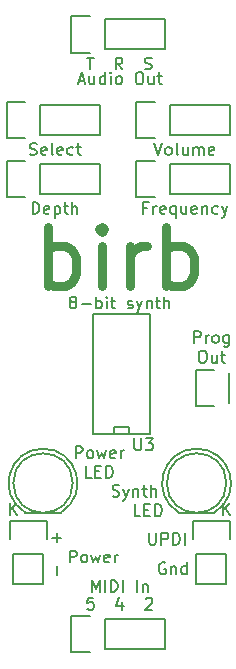
<source format=gbr>
G04 This is an RS-274x file exported by *
G04 gerbv version  *
G04 More information is available about gerbv at *
G04 https://gerbv.github.io/ *
G04 --End of header info--*
%MOIN*%
%FSLAX36Y36*%
%IPPOS*%
G04 --Define apertures--*
%ADD10C,0.0079*%
%ADD11C,0.0315*%
%ADD12C,0.0059*%
G04 --Start main section--*
G54D10*
G01X4958755Y-3538620D02*
G01X4955006Y-3536745D01*
G01X4955006Y-3536745D02*
G01X4953131Y-3534871D01*
G01X4953131Y-3534871D02*
G01X4951256Y-3531121D01*
G01X4951256Y-3531121D02*
G01X4951256Y-3529246D01*
G01X4951256Y-3529246D02*
G01X4953131Y-3525497D01*
G01X4953131Y-3525497D02*
G01X4955006Y-3523622D01*
G01X4955006Y-3523622D02*
G01X4958755Y-3521747D01*
G01X4958755Y-3521747D02*
G01X4966254Y-3521747D01*
G01X4966254Y-3521747D02*
G01X4970004Y-3523622D01*
G01X4970004Y-3523622D02*
G01X4971879Y-3525497D01*
G01X4971879Y-3525497D02*
G01X4973753Y-3529246D01*
G01X4973753Y-3529246D02*
G01X4973753Y-3531121D01*
G01X4973753Y-3531121D02*
G01X4971879Y-3534871D01*
G01X4971879Y-3534871D02*
G01X4970004Y-3536745D01*
G01X4970004Y-3536745D02*
G01X4966254Y-3538620D01*
G01X4966254Y-3538620D02*
G01X4958755Y-3538620D01*
G01X4958755Y-3538620D02*
G01X4955006Y-3540495D01*
G01X4955006Y-3540495D02*
G01X4953131Y-3542370D01*
G01X4953131Y-3542370D02*
G01X4951256Y-3546119D01*
G01X4951256Y-3546119D02*
G01X4951256Y-3553618D01*
G01X4951256Y-3553618D02*
G01X4953131Y-3557368D01*
G01X4953131Y-3557368D02*
G01X4955006Y-3559243D01*
G01X4955006Y-3559243D02*
G01X4958755Y-3561117D01*
G01X4958755Y-3561117D02*
G01X4966254Y-3561117D01*
G01X4966254Y-3561117D02*
G01X4970004Y-3559243D01*
G01X4970004Y-3559243D02*
G01X4971879Y-3557368D01*
G01X4971879Y-3557368D02*
G01X4973753Y-3553618D01*
G01X4973753Y-3553618D02*
G01X4973753Y-3546119D01*
G01X4973753Y-3546119D02*
G01X4971879Y-3542370D01*
G01X4971879Y-3542370D02*
G01X4970004Y-3540495D01*
G01X4970004Y-3540495D02*
G01X4966254Y-3538620D01*
G01X4990626Y-3546119D02*
G01X5020622Y-3546119D01*
G01X5039370Y-3561117D02*
G01X5039370Y-3521747D01*
G01X5039370Y-3536745D02*
G01X5043120Y-3534871D01*
G01X5043120Y-3534871D02*
G01X5050619Y-3534871D01*
G01X5050619Y-3534871D02*
G01X5054368Y-3536745D01*
G01X5054368Y-3536745D02*
G01X5056243Y-3538620D01*
G01X5056243Y-3538620D02*
G01X5058118Y-3542370D01*
G01X5058118Y-3542370D02*
G01X5058118Y-3553618D01*
G01X5058118Y-3553618D02*
G01X5056243Y-3557368D01*
G01X5056243Y-3557368D02*
G01X5054368Y-3559243D01*
G01X5054368Y-3559243D02*
G01X5050619Y-3561117D01*
G01X5050619Y-3561117D02*
G01X5043120Y-3561117D01*
G01X5043120Y-3561117D02*
G01X5039370Y-3559243D01*
G01X5074991Y-3561117D02*
G01X5074991Y-3534871D01*
G01X5074991Y-3521747D02*
G01X5073116Y-3523622D01*
G01X5073116Y-3523622D02*
G01X5074991Y-3525497D01*
G01X5074991Y-3525497D02*
G01X5076865Y-3523622D01*
G01X5076865Y-3523622D02*
G01X5074991Y-3521747D01*
G01X5074991Y-3521747D02*
G01X5074991Y-3525497D01*
G01X5088114Y-3534871D02*
G01X5103112Y-3534871D01*
G01X5093738Y-3521747D02*
G01X5093738Y-3555493D01*
G01X5093738Y-3555493D02*
G01X5095613Y-3559243D01*
G01X5095613Y-3559243D02*
G01X5099363Y-3561117D01*
G01X5099363Y-3561117D02*
G01X5103112Y-3561117D01*
G01X5144357Y-3559243D02*
G01X5148106Y-3561117D01*
G01X5148106Y-3561117D02*
G01X5155606Y-3561117D01*
G01X5155606Y-3561117D02*
G01X5159355Y-3559243D01*
G01X5159355Y-3559243D02*
G01X5161230Y-3555493D01*
G01X5161230Y-3555493D02*
G01X5161230Y-3553618D01*
G01X5161230Y-3553618D02*
G01X5159355Y-3549869D01*
G01X5159355Y-3549869D02*
G01X5155606Y-3547994D01*
G01X5155606Y-3547994D02*
G01X5149981Y-3547994D01*
G01X5149981Y-3547994D02*
G01X5146232Y-3546119D01*
G01X5146232Y-3546119D02*
G01X5144357Y-3542370D01*
G01X5144357Y-3542370D02*
G01X5144357Y-3540495D01*
G01X5144357Y-3540495D02*
G01X5146232Y-3536745D01*
G01X5146232Y-3536745D02*
G01X5149981Y-3534871D01*
G01X5149981Y-3534871D02*
G01X5155606Y-3534871D01*
G01X5155606Y-3534871D02*
G01X5159355Y-3536745D01*
G01X5174353Y-3534871D02*
G01X5183727Y-3561117D01*
G01X5193101Y-3534871D02*
G01X5183727Y-3561117D01*
G01X5183727Y-3561117D02*
G01X5179977Y-3570491D01*
G01X5179977Y-3570491D02*
G01X5178103Y-3572366D01*
G01X5178103Y-3572366D02*
G01X5174353Y-3574241D01*
G01X5208099Y-3534871D02*
G01X5208099Y-3561117D01*
G01X5208099Y-3538620D02*
G01X5209974Y-3536745D01*
G01X5209974Y-3536745D02*
G01X5213723Y-3534871D01*
G01X5213723Y-3534871D02*
G01X5219348Y-3534871D01*
G01X5219348Y-3534871D02*
G01X5223097Y-3536745D01*
G01X5223097Y-3536745D02*
G01X5224972Y-3540495D01*
G01X5224972Y-3540495D02*
G01X5224972Y-3561117D01*
G01X5238095Y-3534871D02*
G01X5253093Y-3534871D01*
G01X5243720Y-3521747D02*
G01X5243720Y-3555493D01*
G01X5243720Y-3555493D02*
G01X5245594Y-3559243D01*
G01X5245594Y-3559243D02*
G01X5249344Y-3561117D01*
G01X5249344Y-3561117D02*
G01X5253093Y-3561117D01*
G01X5266217Y-3561117D02*
G01X5266217Y-3521747D01*
G01X5283090Y-3561117D02*
G01X5283090Y-3540495D01*
G01X5283090Y-3540495D02*
G01X5281215Y-3536745D01*
G01X5281215Y-3536745D02*
G01X5277465Y-3534871D01*
G01X5277465Y-3534871D02*
G01X5271841Y-3534871D01*
G01X5271841Y-3534871D02*
G01X5268091Y-3536745D01*
G01X5268091Y-3536745D02*
G01X5266217Y-3538620D01*
G54D11*
G01X4879078Y-3484721D02*
G01X4879078Y-3287870D01*
G01X4879078Y-3362861D02*
G01X4897825Y-3353487D01*
G01X4897825Y-3353487D02*
G01X4935321Y-3353487D01*
G01X4935321Y-3353487D02*
G01X4954068Y-3362861D01*
G01X4954068Y-3362861D02*
G01X4963442Y-3372235D01*
G01X4963442Y-3372235D02*
G01X4972816Y-3390982D01*
G01X4972816Y-3390982D02*
G01X4972816Y-3447225D01*
G01X4972816Y-3447225D02*
G01X4963442Y-3465973D01*
G01X4963442Y-3465973D02*
G01X4954068Y-3475347D01*
G01X4954068Y-3475347D02*
G01X4935321Y-3484721D01*
G01X4935321Y-3484721D02*
G01X4897825Y-3484721D01*
G01X4897825Y-3484721D02*
G01X4879078Y-3475347D01*
G01X5057180Y-3484721D02*
G01X5057180Y-3353487D01*
G01X5057180Y-3287870D02*
G01X5047806Y-3297244D01*
G01X5047806Y-3297244D02*
G01X5057180Y-3306618D01*
G01X5057180Y-3306618D02*
G01X5066554Y-3297244D01*
G01X5066554Y-3297244D02*
G01X5057180Y-3287870D01*
G01X5057180Y-3287870D02*
G01X5057180Y-3306618D01*
G01X5150919Y-3484721D02*
G01X5150919Y-3353487D01*
G01X5150919Y-3390982D02*
G01X5160292Y-3372235D01*
G01X5160292Y-3372235D02*
G01X5169666Y-3362861D01*
G01X5169666Y-3362861D02*
G01X5188414Y-3353487D01*
G01X5188414Y-3353487D02*
G01X5207162Y-3353487D01*
G01X5272778Y-3484721D02*
G01X5272778Y-3287870D01*
G01X5272778Y-3362861D02*
G01X5291526Y-3353487D01*
G01X5291526Y-3353487D02*
G01X5329021Y-3353487D01*
G01X5329021Y-3353487D02*
G01X5347769Y-3362861D01*
G01X5347769Y-3362861D02*
G01X5357143Y-3372235D01*
G01X5357143Y-3372235D02*
G01X5366517Y-3390982D01*
G01X5366517Y-3390982D02*
G01X5366517Y-3447225D01*
G01X5366517Y-3447225D02*
G01X5357143Y-3465973D01*
G01X5357143Y-3465973D02*
G01X5347769Y-3475347D01*
G01X5347769Y-3475347D02*
G01X5329021Y-3484721D01*
G01X5329021Y-3484721D02*
G01X5291526Y-3484721D01*
G01X5291526Y-3484721D02*
G01X5272778Y-3475347D01*
G54D12*
G01X5024372Y-4505999D02*
G01X5024372Y-4466629D01*
G01X5024372Y-4466629D02*
G01X5037495Y-4494751D01*
G01X5037495Y-4494751D02*
G01X5050619Y-4466629D01*
G01X5050619Y-4466629D02*
G01X5050619Y-4505999D01*
G01X5069366Y-4505999D02*
G01X5069366Y-4466629D01*
G01X5088114Y-4505999D02*
G01X5088114Y-4466629D01*
G01X5088114Y-4466629D02*
G01X5097488Y-4466629D01*
G01X5097488Y-4466629D02*
G01X5103112Y-4468504D01*
G01X5103112Y-4468504D02*
G01X5106862Y-4472253D01*
G01X5106862Y-4472253D02*
G01X5108736Y-4476003D01*
G01X5108736Y-4476003D02*
G01X5110611Y-4483502D01*
G01X5110611Y-4483502D02*
G01X5110611Y-4489126D01*
G01X5110611Y-4489126D02*
G01X5108736Y-4496625D01*
G01X5108736Y-4496625D02*
G01X5106862Y-4500375D01*
G01X5106862Y-4500375D02*
G01X5103112Y-4504124D01*
G01X5103112Y-4504124D02*
G01X5097488Y-4505999D01*
G01X5097488Y-4505999D02*
G01X5088114Y-4505999D01*
G01X5127484Y-4505999D02*
G01X5127484Y-4466629D01*
G01X5176228Y-4505999D02*
G01X5176228Y-4466629D01*
G01X5194976Y-4479753D02*
G01X5194976Y-4505999D01*
G01X5194976Y-4483502D02*
G01X5196850Y-4481627D01*
G01X5196850Y-4481627D02*
G01X5200600Y-4479753D01*
G01X5200600Y-4479753D02*
G01X5206224Y-4479753D01*
G01X5206224Y-4479753D02*
G01X5209974Y-4481627D01*
G01X5209974Y-4481627D02*
G01X5211849Y-4485377D01*
G01X5211849Y-4485377D02*
G01X5211849Y-4505999D01*
G01X5094207Y-4186211D02*
G01X5099831Y-4188086D01*
G01X5099831Y-4188086D02*
G01X5109205Y-4188086D01*
G01X5109205Y-4188086D02*
G01X5112955Y-4186211D01*
G01X5112955Y-4186211D02*
G01X5114829Y-4184336D01*
G01X5114829Y-4184336D02*
G01X5116704Y-4180587D01*
G01X5116704Y-4180587D02*
G01X5116704Y-4176837D01*
G01X5116704Y-4176837D02*
G01X5114829Y-4173088D01*
G01X5114829Y-4173088D02*
G01X5112955Y-4171213D01*
G01X5112955Y-4171213D02*
G01X5109205Y-4169338D01*
G01X5109205Y-4169338D02*
G01X5101706Y-4167463D01*
G01X5101706Y-4167463D02*
G01X5097956Y-4165589D01*
G01X5097956Y-4165589D02*
G01X5096082Y-4163714D01*
G01X5096082Y-4163714D02*
G01X5094207Y-4159964D01*
G01X5094207Y-4159964D02*
G01X5094207Y-4156215D01*
G01X5094207Y-4156215D02*
G01X5096082Y-4152465D01*
G01X5096082Y-4152465D02*
G01X5097956Y-4150591D01*
G01X5097956Y-4150591D02*
G01X5101706Y-4148716D01*
G01X5101706Y-4148716D02*
G01X5111080Y-4148716D01*
G01X5111080Y-4148716D02*
G01X5116704Y-4150591D01*
G01X5129828Y-4161839D02*
G01X5139201Y-4188086D01*
G01X5148575Y-4161839D02*
G01X5139201Y-4188086D01*
G01X5139201Y-4188086D02*
G01X5135452Y-4197460D01*
G01X5135452Y-4197460D02*
G01X5133577Y-4199334D01*
G01X5133577Y-4199334D02*
G01X5129828Y-4201209D01*
G01X5163573Y-4161839D02*
G01X5163573Y-4188086D01*
G01X5163573Y-4165589D02*
G01X5165448Y-4163714D01*
G01X5165448Y-4163714D02*
G01X5169198Y-4161839D01*
G01X5169198Y-4161839D02*
G01X5174822Y-4161839D01*
G01X5174822Y-4161839D02*
G01X5178571Y-4163714D01*
G01X5178571Y-4163714D02*
G01X5180446Y-4167463D01*
G01X5180446Y-4167463D02*
G01X5180446Y-4188086D01*
G01X5193570Y-4161839D02*
G01X5208568Y-4161839D01*
G01X5199194Y-4148716D02*
G01X5199194Y-4182462D01*
G01X5199194Y-4182462D02*
G01X5201069Y-4186211D01*
G01X5201069Y-4186211D02*
G01X5204818Y-4188086D01*
G01X5204818Y-4188086D02*
G01X5208568Y-4188086D01*
G01X5221691Y-4188086D02*
G01X5221691Y-4148716D01*
G01X5238564Y-4188086D02*
G01X5238564Y-4167463D01*
G01X5238564Y-4167463D02*
G01X5236689Y-4163714D01*
G01X5236689Y-4163714D02*
G01X5232940Y-4161839D01*
G01X5232940Y-4161839D02*
G01X5227315Y-4161839D01*
G01X5227315Y-4161839D02*
G01X5223566Y-4163714D01*
G01X5223566Y-4163714D02*
G01X5221691Y-4165589D01*
G01X5187008Y-4253046D02*
G01X5168260Y-4253046D01*
G01X5168260Y-4253046D02*
G01X5168260Y-4213676D01*
G01X5200131Y-4232424D02*
G01X5213255Y-4232424D01*
G01X5218879Y-4253046D02*
G01X5200131Y-4253046D01*
G01X5200131Y-4253046D02*
G01X5200131Y-4213676D01*
G01X5200131Y-4213676D02*
G01X5218879Y-4213676D01*
G01X5235752Y-4253046D02*
G01X5235752Y-4213676D01*
G01X5235752Y-4213676D02*
G01X5245126Y-4213676D01*
G01X5245126Y-4213676D02*
G01X5250750Y-4215551D01*
G01X5250750Y-4215551D02*
G01X5254499Y-4219301D01*
G01X5254499Y-4219301D02*
G01X5256374Y-4223050D01*
G01X5256374Y-4223050D02*
G01X5258249Y-4230549D01*
G01X5258249Y-4230549D02*
G01X5258249Y-4236174D01*
G01X5258249Y-4236174D02*
G01X5256374Y-4243673D01*
G01X5256374Y-4243673D02*
G01X5254499Y-4247422D01*
G01X5254499Y-4247422D02*
G01X5250750Y-4251172D01*
G01X5250750Y-4251172D02*
G01X5245126Y-4253046D01*
G01X5245126Y-4253046D02*
G01X5235752Y-4253046D01*
G01X4971410Y-4060133D02*
G01X4971410Y-4020763D01*
G01X4971410Y-4020763D02*
G01X4986408Y-4020763D01*
G01X4986408Y-4020763D02*
G01X4990157Y-4022638D01*
G01X4990157Y-4022638D02*
G01X4992032Y-4024513D01*
G01X4992032Y-4024513D02*
G01X4993907Y-4028262D01*
G01X4993907Y-4028262D02*
G01X4993907Y-4033886D01*
G01X4993907Y-4033886D02*
G01X4992032Y-4037636D01*
G01X4992032Y-4037636D02*
G01X4990157Y-4039511D01*
G01X4990157Y-4039511D02*
G01X4986408Y-4041385D01*
G01X4986408Y-4041385D02*
G01X4971410Y-4041385D01*
G01X5016404Y-4060133D02*
G01X5012655Y-4058258D01*
G01X5012655Y-4058258D02*
G01X5010780Y-4056384D01*
G01X5010780Y-4056384D02*
G01X5008905Y-4052634D01*
G01X5008905Y-4052634D02*
G01X5008905Y-4041385D01*
G01X5008905Y-4041385D02*
G01X5010780Y-4037636D01*
G01X5010780Y-4037636D02*
G01X5012655Y-4035761D01*
G01X5012655Y-4035761D02*
G01X5016404Y-4033886D01*
G01X5016404Y-4033886D02*
G01X5022028Y-4033886D01*
G01X5022028Y-4033886D02*
G01X5025778Y-4035761D01*
G01X5025778Y-4035761D02*
G01X5027653Y-4037636D01*
G01X5027653Y-4037636D02*
G01X5029528Y-4041385D01*
G01X5029528Y-4041385D02*
G01X5029528Y-4052634D01*
G01X5029528Y-4052634D02*
G01X5027653Y-4056384D01*
G01X5027653Y-4056384D02*
G01X5025778Y-4058258D01*
G01X5025778Y-4058258D02*
G01X5022028Y-4060133D01*
G01X5022028Y-4060133D02*
G01X5016404Y-4060133D01*
G01X5042651Y-4033886D02*
G01X5050150Y-4060133D01*
G01X5050150Y-4060133D02*
G01X5057649Y-4041385D01*
G01X5057649Y-4041385D02*
G01X5065148Y-4060133D01*
G01X5065148Y-4060133D02*
G01X5072647Y-4033886D01*
G01X5102643Y-4058258D02*
G01X5098894Y-4060133D01*
G01X5098894Y-4060133D02*
G01X5091395Y-4060133D01*
G01X5091395Y-4060133D02*
G01X5087645Y-4058258D01*
G01X5087645Y-4058258D02*
G01X5085771Y-4054509D01*
G01X5085771Y-4054509D02*
G01X5085771Y-4039511D01*
G01X5085771Y-4039511D02*
G01X5087645Y-4035761D01*
G01X5087645Y-4035761D02*
G01X5091395Y-4033886D01*
G01X5091395Y-4033886D02*
G01X5098894Y-4033886D01*
G01X5098894Y-4033886D02*
G01X5102643Y-4035761D01*
G01X5102643Y-4035761D02*
G01X5104518Y-4039511D01*
G01X5104518Y-4039511D02*
G01X5104518Y-4043260D01*
G01X5104518Y-4043260D02*
G01X5085771Y-4047010D01*
G01X5121391Y-4060133D02*
G01X5121391Y-4033886D01*
G01X5121391Y-4041385D02*
G01X5123266Y-4037636D01*
G01X5123266Y-4037636D02*
G01X5125141Y-4035761D01*
G01X5125141Y-4035761D02*
G01X5128890Y-4033886D01*
G01X5128890Y-4033886D02*
G01X5132640Y-4033886D01*
G01X5023903Y-4125094D02*
G01X5005156Y-4125094D01*
G01X5005156Y-4125094D02*
G01X5005156Y-4085724D01*
G01X5037027Y-4104471D02*
G01X5050150Y-4104471D01*
G01X5055774Y-4125094D02*
G01X5037027Y-4125094D01*
G01X5037027Y-4125094D02*
G01X5037027Y-4085724D01*
G01X5037027Y-4085724D02*
G01X5055774Y-4085724D01*
G01X5072647Y-4125094D02*
G01X5072647Y-4085724D01*
G01X5072647Y-4085724D02*
G01X5082021Y-4085724D01*
G01X5082021Y-4085724D02*
G01X5087645Y-4087598D01*
G01X5087645Y-4087598D02*
G01X5091395Y-4091348D01*
G01X5091395Y-4091348D02*
G01X5093270Y-4095097D01*
G01X5093270Y-4095097D02*
G01X5095144Y-4102597D01*
G01X5095144Y-4102597D02*
G01X5095144Y-4108221D01*
G01X5095144Y-4108221D02*
G01X5093270Y-4115720D01*
G01X5093270Y-4115720D02*
G01X5091395Y-4119469D01*
G01X5091395Y-4119469D02*
G01X5087645Y-4123219D01*
G01X5087645Y-4123219D02*
G01X5082021Y-4125094D01*
G01X5082021Y-4125094D02*
G01X5072647Y-4125094D01*
G01X5365111Y-3676275D02*
G01X5365111Y-3636905D01*
G01X5365111Y-3636905D02*
G01X5380109Y-3636905D01*
G01X5380109Y-3636905D02*
G01X5383858Y-3638780D01*
G01X5383858Y-3638780D02*
G01X5385733Y-3640654D01*
G01X5385733Y-3640654D02*
G01X5387608Y-3644404D01*
G01X5387608Y-3644404D02*
G01X5387608Y-3650028D01*
G01X5387608Y-3650028D02*
G01X5385733Y-3653778D01*
G01X5385733Y-3653778D02*
G01X5383858Y-3655652D01*
G01X5383858Y-3655652D02*
G01X5380109Y-3657527D01*
G01X5380109Y-3657527D02*
G01X5365111Y-3657527D01*
G01X5404481Y-3676275D02*
G01X5404481Y-3650028D01*
G01X5404481Y-3657527D02*
G01X5406355Y-3653778D01*
G01X5406355Y-3653778D02*
G01X5408230Y-3651903D01*
G01X5408230Y-3651903D02*
G01X5411980Y-3650028D01*
G01X5411980Y-3650028D02*
G01X5415729Y-3650028D01*
G01X5434477Y-3676275D02*
G01X5430727Y-3674400D01*
G01X5430727Y-3674400D02*
G01X5428853Y-3672525D01*
G01X5428853Y-3672525D02*
G01X5426978Y-3668776D01*
G01X5426978Y-3668776D02*
G01X5426978Y-3657527D01*
G01X5426978Y-3657527D02*
G01X5428853Y-3653778D01*
G01X5428853Y-3653778D02*
G01X5430727Y-3651903D01*
G01X5430727Y-3651903D02*
G01X5434477Y-3650028D01*
G01X5434477Y-3650028D02*
G01X5440101Y-3650028D01*
G01X5440101Y-3650028D02*
G01X5443851Y-3651903D01*
G01X5443851Y-3651903D02*
G01X5445726Y-3653778D01*
G01X5445726Y-3653778D02*
G01X5447600Y-3657527D01*
G01X5447600Y-3657527D02*
G01X5447600Y-3668776D01*
G01X5447600Y-3668776D02*
G01X5445726Y-3672525D01*
G01X5445726Y-3672525D02*
G01X5443851Y-3674400D01*
G01X5443851Y-3674400D02*
G01X5440101Y-3676275D01*
G01X5440101Y-3676275D02*
G01X5434477Y-3676275D01*
G01X5481346Y-3650028D02*
G01X5481346Y-3681899D01*
G01X5481346Y-3681899D02*
G01X5479471Y-3685649D01*
G01X5479471Y-3685649D02*
G01X5477597Y-3687523D01*
G01X5477597Y-3687523D02*
G01X5473847Y-3689398D01*
G01X5473847Y-3689398D02*
G01X5468223Y-3689398D01*
G01X5468223Y-3689398D02*
G01X5464473Y-3687523D01*
G01X5481346Y-3674400D02*
G01X5477597Y-3676275D01*
G01X5477597Y-3676275D02*
G01X5470097Y-3676275D01*
G01X5470097Y-3676275D02*
G01X5466348Y-3674400D01*
G01X5466348Y-3674400D02*
G01X5464473Y-3672525D01*
G01X5464473Y-3672525D02*
G01X5462598Y-3668776D01*
G01X5462598Y-3668776D02*
G01X5462598Y-3657527D01*
G01X5462598Y-3657527D02*
G01X5464473Y-3653778D01*
G01X5464473Y-3653778D02*
G01X5466348Y-3651903D01*
G01X5466348Y-3651903D02*
G01X5470097Y-3650028D01*
G01X5470097Y-3650028D02*
G01X5477597Y-3650028D01*
G01X5477597Y-3650028D02*
G01X5481346Y-3651903D01*
G01X5390420Y-3701865D02*
G01X5397919Y-3701865D01*
G01X5397919Y-3701865D02*
G01X5401669Y-3703740D01*
G01X5401669Y-3703740D02*
G01X5405418Y-3707490D01*
G01X5405418Y-3707490D02*
G01X5407293Y-3714989D01*
G01X5407293Y-3714989D02*
G01X5407293Y-3728112D01*
G01X5407293Y-3728112D02*
G01X5405418Y-3735611D01*
G01X5405418Y-3735611D02*
G01X5401669Y-3739361D01*
G01X5401669Y-3739361D02*
G01X5397919Y-3741235D01*
G01X5397919Y-3741235D02*
G01X5390420Y-3741235D01*
G01X5390420Y-3741235D02*
G01X5386670Y-3739361D01*
G01X5386670Y-3739361D02*
G01X5382921Y-3735611D01*
G01X5382921Y-3735611D02*
G01X5381046Y-3728112D01*
G01X5381046Y-3728112D02*
G01X5381046Y-3714989D01*
G01X5381046Y-3714989D02*
G01X5382921Y-3707490D01*
G01X5382921Y-3707490D02*
G01X5386670Y-3703740D01*
G01X5386670Y-3703740D02*
G01X5390420Y-3701865D01*
G01X5441039Y-3714989D02*
G01X5441039Y-3741235D01*
G01X5424166Y-3714989D02*
G01X5424166Y-3735611D01*
G01X5424166Y-3735611D02*
G01X5426040Y-3739361D01*
G01X5426040Y-3739361D02*
G01X5429790Y-3741235D01*
G01X5429790Y-3741235D02*
G01X5435414Y-3741235D01*
G01X5435414Y-3741235D02*
G01X5439164Y-3739361D01*
G01X5439164Y-3739361D02*
G01X5441039Y-3737486D01*
G01X5454162Y-3714989D02*
G01X5469160Y-3714989D01*
G01X5459786Y-3701865D02*
G01X5459786Y-3735611D01*
G01X5459786Y-3735611D02*
G01X5461661Y-3739361D01*
G01X5461661Y-3739361D02*
G01X5465411Y-3741235D01*
G01X5465411Y-3741235D02*
G01X5469160Y-3741235D01*
G01X4981252Y-2801837D02*
G01X5000000Y-2801837D01*
G01X4977503Y-2813086D02*
G01X4990626Y-2773716D01*
G01X4990626Y-2773716D02*
G01X5003750Y-2813086D01*
G01X5033746Y-2786839D02*
G01X5033746Y-2813086D01*
G01X5016873Y-2786839D02*
G01X5016873Y-2807462D01*
G01X5016873Y-2807462D02*
G01X5018748Y-2811211D01*
G01X5018748Y-2811211D02*
G01X5022497Y-2813086D01*
G01X5022497Y-2813086D02*
G01X5028121Y-2813086D01*
G01X5028121Y-2813086D02*
G01X5031871Y-2811211D01*
G01X5031871Y-2811211D02*
G01X5033746Y-2809336D01*
G01X5069366Y-2813086D02*
G01X5069366Y-2773716D01*
G01X5069366Y-2811211D02*
G01X5065617Y-2813086D01*
G01X5065617Y-2813086D02*
G01X5058118Y-2813086D01*
G01X5058118Y-2813086D02*
G01X5054368Y-2811211D01*
G01X5054368Y-2811211D02*
G01X5052493Y-2809336D01*
G01X5052493Y-2809336D02*
G01X5050619Y-2805587D01*
G01X5050619Y-2805587D02*
G01X5050619Y-2794338D01*
G01X5050619Y-2794338D02*
G01X5052493Y-2790589D01*
G01X5052493Y-2790589D02*
G01X5054368Y-2788714D01*
G01X5054368Y-2788714D02*
G01X5058118Y-2786839D01*
G01X5058118Y-2786839D02*
G01X5065617Y-2786839D01*
G01X5065617Y-2786839D02*
G01X5069366Y-2788714D01*
G01X5088114Y-2813086D02*
G01X5088114Y-2786839D01*
G01X5088114Y-2773716D02*
G01X5086239Y-2775591D01*
G01X5086239Y-2775591D02*
G01X5088114Y-2777465D01*
G01X5088114Y-2777465D02*
G01X5089989Y-2775591D01*
G01X5089989Y-2775591D02*
G01X5088114Y-2773716D01*
G01X5088114Y-2773716D02*
G01X5088114Y-2777465D01*
G01X5112486Y-2813086D02*
G01X5108736Y-2811211D01*
G01X5108736Y-2811211D02*
G01X5106862Y-2809336D01*
G01X5106862Y-2809336D02*
G01X5104987Y-2805587D01*
G01X5104987Y-2805587D02*
G01X5104987Y-2794338D01*
G01X5104987Y-2794338D02*
G01X5106862Y-2790589D01*
G01X5106862Y-2790589D02*
G01X5108736Y-2788714D01*
G01X5108736Y-2788714D02*
G01X5112486Y-2786839D01*
G01X5112486Y-2786839D02*
G01X5118110Y-2786839D01*
G01X5118110Y-2786839D02*
G01X5121860Y-2788714D01*
G01X5121860Y-2788714D02*
G01X5123735Y-2790589D01*
G01X5123735Y-2790589D02*
G01X5125609Y-2794338D01*
G01X5125609Y-2794338D02*
G01X5125609Y-2805587D01*
G01X5125609Y-2805587D02*
G01X5123735Y-2809336D01*
G01X5123735Y-2809336D02*
G01X5121860Y-2811211D01*
G01X5121860Y-2811211D02*
G01X5118110Y-2813086D01*
G01X5118110Y-2813086D02*
G01X5112486Y-2813086D01*
G01X5179977Y-2773716D02*
G01X5187477Y-2773716D01*
G01X5187477Y-2773716D02*
G01X5191226Y-2775591D01*
G01X5191226Y-2775591D02*
G01X5194976Y-2779340D01*
G01X5194976Y-2779340D02*
G01X5196850Y-2786839D01*
G01X5196850Y-2786839D02*
G01X5196850Y-2799962D01*
G01X5196850Y-2799962D02*
G01X5194976Y-2807462D01*
G01X5194976Y-2807462D02*
G01X5191226Y-2811211D01*
G01X5191226Y-2811211D02*
G01X5187477Y-2813086D01*
G01X5187477Y-2813086D02*
G01X5179977Y-2813086D01*
G01X5179977Y-2813086D02*
G01X5176228Y-2811211D01*
G01X5176228Y-2811211D02*
G01X5172478Y-2807462D01*
G01X5172478Y-2807462D02*
G01X5170604Y-2799962D01*
G01X5170604Y-2799962D02*
G01X5170604Y-2786839D01*
G01X5170604Y-2786839D02*
G01X5172478Y-2779340D01*
G01X5172478Y-2779340D02*
G01X5176228Y-2775591D01*
G01X5176228Y-2775591D02*
G01X5179977Y-2773716D01*
G01X5230596Y-2786839D02*
G01X5230596Y-2813086D01*
G01X5213723Y-2786839D02*
G01X5213723Y-2807462D01*
G01X5213723Y-2807462D02*
G01X5215598Y-2811211D01*
G01X5215598Y-2811211D02*
G01X5219348Y-2813086D01*
G01X5219348Y-2813086D02*
G01X5224972Y-2813086D01*
G01X5224972Y-2813086D02*
G01X5228721Y-2811211D01*
G01X5228721Y-2811211D02*
G01X5230596Y-2809336D01*
G01X5243720Y-2786839D02*
G01X5258718Y-2786839D01*
G01X5249344Y-2773716D02*
G01X5249344Y-2807462D01*
G01X5249344Y-2807462D02*
G01X5251219Y-2811211D01*
G01X5251219Y-2811211D02*
G01X5254968Y-2813086D01*
G01X5254968Y-2813086D02*
G01X5258718Y-2813086D01*
G01X5232471Y-3009936D02*
G01X5245594Y-3049306D01*
G01X5245594Y-3049306D02*
G01X5258718Y-3009936D01*
G01X5277465Y-3049306D02*
G01X5273716Y-3047432D01*
G01X5273716Y-3047432D02*
G01X5271841Y-3045557D01*
G01X5271841Y-3045557D02*
G01X5269966Y-3041807D01*
G01X5269966Y-3041807D02*
G01X5269966Y-3030559D01*
G01X5269966Y-3030559D02*
G01X5271841Y-3026809D01*
G01X5271841Y-3026809D02*
G01X5273716Y-3024934D01*
G01X5273716Y-3024934D02*
G01X5277465Y-3023060D01*
G01X5277465Y-3023060D02*
G01X5283090Y-3023060D01*
G01X5283090Y-3023060D02*
G01X5286839Y-3024934D01*
G01X5286839Y-3024934D02*
G01X5288714Y-3026809D01*
G01X5288714Y-3026809D02*
G01X5290589Y-3030559D01*
G01X5290589Y-3030559D02*
G01X5290589Y-3041807D01*
G01X5290589Y-3041807D02*
G01X5288714Y-3045557D01*
G01X5288714Y-3045557D02*
G01X5286839Y-3047432D01*
G01X5286839Y-3047432D02*
G01X5283090Y-3049306D01*
G01X5283090Y-3049306D02*
G01X5277465Y-3049306D01*
G01X5313086Y-3049306D02*
G01X5309336Y-3047432D01*
G01X5309336Y-3047432D02*
G01X5307462Y-3043682D01*
G01X5307462Y-3043682D02*
G01X5307462Y-3009936D01*
G01X5344957Y-3023060D02*
G01X5344957Y-3049306D01*
G01X5328084Y-3023060D02*
G01X5328084Y-3043682D01*
G01X5328084Y-3043682D02*
G01X5329959Y-3047432D01*
G01X5329959Y-3047432D02*
G01X5333708Y-3049306D01*
G01X5333708Y-3049306D02*
G01X5339333Y-3049306D01*
G01X5339333Y-3049306D02*
G01X5343082Y-3047432D01*
G01X5343082Y-3047432D02*
G01X5344957Y-3045557D01*
G01X5363705Y-3049306D02*
G01X5363705Y-3023060D01*
G01X5363705Y-3026809D02*
G01X5365579Y-3024934D01*
G01X5365579Y-3024934D02*
G01X5369329Y-3023060D01*
G01X5369329Y-3023060D02*
G01X5374953Y-3023060D01*
G01X5374953Y-3023060D02*
G01X5378703Y-3024934D01*
G01X5378703Y-3024934D02*
G01X5380577Y-3028684D01*
G01X5380577Y-3028684D02*
G01X5380577Y-3049306D01*
G01X5380577Y-3028684D02*
G01X5382452Y-3024934D01*
G01X5382452Y-3024934D02*
G01X5386202Y-3023060D01*
G01X5386202Y-3023060D02*
G01X5391826Y-3023060D01*
G01X5391826Y-3023060D02*
G01X5395576Y-3024934D01*
G01X5395576Y-3024934D02*
G01X5397450Y-3028684D01*
G01X5397450Y-3028684D02*
G01X5397450Y-3049306D01*
G01X5431196Y-3047432D02*
G01X5427447Y-3049306D01*
G01X5427447Y-3049306D02*
G01X5419947Y-3049306D01*
G01X5419947Y-3049306D02*
G01X5416198Y-3047432D01*
G01X5416198Y-3047432D02*
G01X5414323Y-3043682D01*
G01X5414323Y-3043682D02*
G01X5414323Y-3028684D01*
G01X5414323Y-3028684D02*
G01X5416198Y-3024934D01*
G01X5416198Y-3024934D02*
G01X5419947Y-3023060D01*
G01X5419947Y-3023060D02*
G01X5427447Y-3023060D01*
G01X5427447Y-3023060D02*
G01X5431196Y-3024934D01*
G01X5431196Y-3024934D02*
G01X5433071Y-3028684D01*
G01X5433071Y-3028684D02*
G01X5433071Y-3032433D01*
G01X5433071Y-3032433D02*
G01X5414323Y-3036183D01*
G01X4818148Y-3047432D02*
G01X4823772Y-3049306D01*
G01X4823772Y-3049306D02*
G01X4833146Y-3049306D01*
G01X4833146Y-3049306D02*
G01X4836895Y-3047432D01*
G01X4836895Y-3047432D02*
G01X4838770Y-3045557D01*
G01X4838770Y-3045557D02*
G01X4840645Y-3041807D01*
G01X4840645Y-3041807D02*
G01X4840645Y-3038058D01*
G01X4840645Y-3038058D02*
G01X4838770Y-3034308D01*
G01X4838770Y-3034308D02*
G01X4836895Y-3032433D01*
G01X4836895Y-3032433D02*
G01X4833146Y-3030559D01*
G01X4833146Y-3030559D02*
G01X4825647Y-3028684D01*
G01X4825647Y-3028684D02*
G01X4821897Y-3026809D01*
G01X4821897Y-3026809D02*
G01X4820022Y-3024934D01*
G01X4820022Y-3024934D02*
G01X4818148Y-3021185D01*
G01X4818148Y-3021185D02*
G01X4818148Y-3017435D01*
G01X4818148Y-3017435D02*
G01X4820022Y-3013686D01*
G01X4820022Y-3013686D02*
G01X4821897Y-3011811D01*
G01X4821897Y-3011811D02*
G01X4825647Y-3009936D01*
G01X4825647Y-3009936D02*
G01X4835021Y-3009936D01*
G01X4835021Y-3009936D02*
G01X4840645Y-3011811D01*
G01X4872516Y-3047432D02*
G01X4868766Y-3049306D01*
G01X4868766Y-3049306D02*
G01X4861267Y-3049306D01*
G01X4861267Y-3049306D02*
G01X4857518Y-3047432D01*
G01X4857518Y-3047432D02*
G01X4855643Y-3043682D01*
G01X4855643Y-3043682D02*
G01X4855643Y-3028684D01*
G01X4855643Y-3028684D02*
G01X4857518Y-3024934D01*
G01X4857518Y-3024934D02*
G01X4861267Y-3023060D01*
G01X4861267Y-3023060D02*
G01X4868766Y-3023060D01*
G01X4868766Y-3023060D02*
G01X4872516Y-3024934D01*
G01X4872516Y-3024934D02*
G01X4874391Y-3028684D01*
G01X4874391Y-3028684D02*
G01X4874391Y-3032433D01*
G01X4874391Y-3032433D02*
G01X4855643Y-3036183D01*
G01X4896888Y-3049306D02*
G01X4893138Y-3047432D01*
G01X4893138Y-3047432D02*
G01X4891264Y-3043682D01*
G01X4891264Y-3043682D02*
G01X4891264Y-3009936D01*
G01X4926884Y-3047432D02*
G01X4923135Y-3049306D01*
G01X4923135Y-3049306D02*
G01X4915636Y-3049306D01*
G01X4915636Y-3049306D02*
G01X4911886Y-3047432D01*
G01X4911886Y-3047432D02*
G01X4910011Y-3043682D01*
G01X4910011Y-3043682D02*
G01X4910011Y-3028684D01*
G01X4910011Y-3028684D02*
G01X4911886Y-3024934D01*
G01X4911886Y-3024934D02*
G01X4915636Y-3023060D01*
G01X4915636Y-3023060D02*
G01X4923135Y-3023060D01*
G01X4923135Y-3023060D02*
G01X4926884Y-3024934D01*
G01X4926884Y-3024934D02*
G01X4928759Y-3028684D01*
G01X4928759Y-3028684D02*
G01X4928759Y-3032433D01*
G01X4928759Y-3032433D02*
G01X4910011Y-3036183D01*
G01X4962505Y-3047432D02*
G01X4958755Y-3049306D01*
G01X4958755Y-3049306D02*
G01X4951256Y-3049306D01*
G01X4951256Y-3049306D02*
G01X4947507Y-3047432D01*
G01X4947507Y-3047432D02*
G01X4945632Y-3045557D01*
G01X4945632Y-3045557D02*
G01X4943757Y-3041807D01*
G01X4943757Y-3041807D02*
G01X4943757Y-3030559D01*
G01X4943757Y-3030559D02*
G01X4945632Y-3026809D01*
G01X4945632Y-3026809D02*
G01X4947507Y-3024934D01*
G01X4947507Y-3024934D02*
G01X4951256Y-3023060D01*
G01X4951256Y-3023060D02*
G01X4958755Y-3023060D01*
G01X4958755Y-3023060D02*
G01X4962505Y-3024934D01*
G01X4973753Y-3023060D02*
G01X4988751Y-3023060D01*
G01X4979378Y-3009936D02*
G01X4979378Y-3043682D01*
G01X4979378Y-3043682D02*
G01X4981252Y-3047432D01*
G01X4981252Y-3047432D02*
G01X4985002Y-3049306D01*
G01X4985002Y-3049306D02*
G01X4988751Y-3049306D01*
G01X5008436Y-2724503D02*
G01X5030934Y-2724503D01*
G01X5019685Y-2763873D02*
G01X5019685Y-2724503D01*
G01X5126547Y-2763873D02*
G01X5113423Y-2745126D01*
G01X5104049Y-2763873D02*
G01X5104049Y-2724503D01*
G01X5104049Y-2724503D02*
G01X5119048Y-2724503D01*
G01X5119048Y-2724503D02*
G01X5122797Y-2726378D01*
G01X5122797Y-2726378D02*
G01X5124672Y-2728253D01*
G01X5124672Y-2728253D02*
G01X5126547Y-2732002D01*
G01X5126547Y-2732002D02*
G01X5126547Y-2737627D01*
G01X5126547Y-2737627D02*
G01X5124672Y-2741376D01*
G01X5124672Y-2741376D02*
G01X5122797Y-2743251D01*
G01X5122797Y-2743251D02*
G01X5119048Y-2745126D01*
G01X5119048Y-2745126D02*
G01X5104049Y-2745126D01*
G01X5201537Y-2761998D02*
G01X5207162Y-2763873D01*
G01X5207162Y-2763873D02*
G01X5216535Y-2763873D01*
G01X5216535Y-2763873D02*
G01X5220285Y-2761998D01*
G01X5220285Y-2761998D02*
G01X5222160Y-2760124D01*
G01X5222160Y-2760124D02*
G01X5224034Y-2756374D01*
G01X5224034Y-2756374D02*
G01X5224034Y-2752625D01*
G01X5224034Y-2752625D02*
G01X5222160Y-2748875D01*
G01X5222160Y-2748875D02*
G01X5220285Y-2747000D01*
G01X5220285Y-2747000D02*
G01X5216535Y-2745126D01*
G01X5216535Y-2745126D02*
G01X5209036Y-2743251D01*
G01X5209036Y-2743251D02*
G01X5205287Y-2741376D01*
G01X5205287Y-2741376D02*
G01X5203412Y-2739501D01*
G01X5203412Y-2739501D02*
G01X5201537Y-2735752D01*
G01X5201537Y-2735752D02*
G01X5201537Y-2732002D01*
G01X5201537Y-2732002D02*
G01X5203412Y-2728253D01*
G01X5203412Y-2728253D02*
G01X5205287Y-2726378D01*
G01X5205287Y-2726378D02*
G01X5209036Y-2724503D01*
G01X5209036Y-2724503D02*
G01X5218410Y-2724503D01*
G01X5218410Y-2724503D02*
G01X5224034Y-2726378D01*
G01X4827522Y-3246157D02*
G01X4827522Y-3206787D01*
G01X4827522Y-3206787D02*
G01X4836895Y-3206787D01*
G01X4836895Y-3206787D02*
G01X4842520Y-3208661D01*
G01X4842520Y-3208661D02*
G01X4846269Y-3212411D01*
G01X4846269Y-3212411D02*
G01X4848144Y-3216160D01*
G01X4848144Y-3216160D02*
G01X4850019Y-3223660D01*
G01X4850019Y-3223660D02*
G01X4850019Y-3229284D01*
G01X4850019Y-3229284D02*
G01X4848144Y-3236783D01*
G01X4848144Y-3236783D02*
G01X4846269Y-3240532D01*
G01X4846269Y-3240532D02*
G01X4842520Y-3244282D01*
G01X4842520Y-3244282D02*
G01X4836895Y-3246157D01*
G01X4836895Y-3246157D02*
G01X4827522Y-3246157D01*
G01X4881890Y-3244282D02*
G01X4878140Y-3246157D01*
G01X4878140Y-3246157D02*
G01X4870641Y-3246157D01*
G01X4870641Y-3246157D02*
G01X4866892Y-3244282D01*
G01X4866892Y-3244282D02*
G01X4865017Y-3240532D01*
G01X4865017Y-3240532D02*
G01X4865017Y-3225534D01*
G01X4865017Y-3225534D02*
G01X4866892Y-3221785D01*
G01X4866892Y-3221785D02*
G01X4870641Y-3219910D01*
G01X4870641Y-3219910D02*
G01X4878140Y-3219910D01*
G01X4878140Y-3219910D02*
G01X4881890Y-3221785D01*
G01X4881890Y-3221785D02*
G01X4883765Y-3225534D01*
G01X4883765Y-3225534D02*
G01X4883765Y-3229284D01*
G01X4883765Y-3229284D02*
G01X4865017Y-3233033D01*
G01X4900637Y-3219910D02*
G01X4900637Y-3259280D01*
G01X4900637Y-3221785D02*
G01X4904387Y-3219910D01*
G01X4904387Y-3219910D02*
G01X4911886Y-3219910D01*
G01X4911886Y-3219910D02*
G01X4915636Y-3221785D01*
G01X4915636Y-3221785D02*
G01X4917510Y-3223660D01*
G01X4917510Y-3223660D02*
G01X4919385Y-3227409D01*
G01X4919385Y-3227409D02*
G01X4919385Y-3238658D01*
G01X4919385Y-3238658D02*
G01X4917510Y-3242407D01*
G01X4917510Y-3242407D02*
G01X4915636Y-3244282D01*
G01X4915636Y-3244282D02*
G01X4911886Y-3246157D01*
G01X4911886Y-3246157D02*
G01X4904387Y-3246157D01*
G01X4904387Y-3246157D02*
G01X4900637Y-3244282D01*
G01X4930634Y-3219910D02*
G01X4945632Y-3219910D01*
G01X4936258Y-3206787D02*
G01X4936258Y-3240532D01*
G01X4936258Y-3240532D02*
G01X4938133Y-3244282D01*
G01X4938133Y-3244282D02*
G01X4941882Y-3246157D01*
G01X4941882Y-3246157D02*
G01X4945632Y-3246157D01*
G01X4958755Y-3246157D02*
G01X4958755Y-3206787D01*
G01X4975628Y-3246157D02*
G01X4975628Y-3225534D01*
G01X4975628Y-3225534D02*
G01X4973753Y-3221785D01*
G01X4973753Y-3221785D02*
G01X4970004Y-3219910D01*
G01X4970004Y-3219910D02*
G01X4964379Y-3219910D01*
G01X4964379Y-3219910D02*
G01X4960630Y-3221785D01*
G01X4960630Y-3221785D02*
G01X4958755Y-3223660D01*
G01X4908605Y-4310555D02*
G01X4908605Y-4340551D01*
G01X4893607Y-4325553D02*
G01X4923603Y-4325553D01*
G01X4908605Y-4419291D02*
G01X4908605Y-4449288D01*
G01X5269966Y-4409449D02*
G01X5266217Y-4407574D01*
G01X5266217Y-4407574D02*
G01X5260592Y-4407574D01*
G01X5260592Y-4407574D02*
G01X5254968Y-4409449D01*
G01X5254968Y-4409449D02*
G01X5251219Y-4413198D01*
G01X5251219Y-4413198D02*
G01X5249344Y-4416948D01*
G01X5249344Y-4416948D02*
G01X5247469Y-4424447D01*
G01X5247469Y-4424447D02*
G01X5247469Y-4430071D01*
G01X5247469Y-4430071D02*
G01X5249344Y-4437570D01*
G01X5249344Y-4437570D02*
G01X5251219Y-4441320D01*
G01X5251219Y-4441320D02*
G01X5254968Y-4445069D01*
G01X5254968Y-4445069D02*
G01X5260592Y-4446944D01*
G01X5260592Y-4446944D02*
G01X5264342Y-4446944D01*
G01X5264342Y-4446944D02*
G01X5269966Y-4445069D01*
G01X5269966Y-4445069D02*
G01X5271841Y-4443195D01*
G01X5271841Y-4443195D02*
G01X5271841Y-4430071D01*
G01X5271841Y-4430071D02*
G01X5264342Y-4430071D01*
G01X5288714Y-4420697D02*
G01X5288714Y-4446944D01*
G01X5288714Y-4424447D02*
G01X5290589Y-4422572D01*
G01X5290589Y-4422572D02*
G01X5294338Y-4420697D01*
G01X5294338Y-4420697D02*
G01X5299962Y-4420697D01*
G01X5299962Y-4420697D02*
G01X5303712Y-4422572D01*
G01X5303712Y-4422572D02*
G01X5305587Y-4426322D01*
G01X5305587Y-4426322D02*
G01X5305587Y-4446944D01*
G01X5341207Y-4446944D02*
G01X5341207Y-4407574D01*
G01X5341207Y-4445069D02*
G01X5337458Y-4446944D01*
G01X5337458Y-4446944D02*
G01X5329959Y-4446944D01*
G01X5329959Y-4446944D02*
G01X5326209Y-4445069D01*
G01X5326209Y-4445069D02*
G01X5324334Y-4443195D01*
G01X5324334Y-4443195D02*
G01X5322460Y-4439445D01*
G01X5322460Y-4439445D02*
G01X5322460Y-4428196D01*
G01X5322460Y-4428196D02*
G01X5324334Y-4424447D01*
G01X5324334Y-4424447D02*
G01X5326209Y-4422572D01*
G01X5326209Y-4422572D02*
G01X5329959Y-4420697D01*
G01X5329959Y-4420697D02*
G01X5337458Y-4420697D01*
G01X5337458Y-4420697D02*
G01X5341207Y-4422572D01*
G01X5215598Y-4309149D02*
G01X5215598Y-4341020D01*
G01X5215598Y-4341020D02*
G01X5217473Y-4344769D01*
G01X5217473Y-4344769D02*
G01X5219348Y-4346644D01*
G01X5219348Y-4346644D02*
G01X5223097Y-4348519D01*
G01X5223097Y-4348519D02*
G01X5230596Y-4348519D01*
G01X5230596Y-4348519D02*
G01X5234346Y-4346644D01*
G01X5234346Y-4346644D02*
G01X5236220Y-4344769D01*
G01X5236220Y-4344769D02*
G01X5238095Y-4341020D01*
G01X5238095Y-4341020D02*
G01X5238095Y-4309149D01*
G01X5256843Y-4348519D02*
G01X5256843Y-4309149D01*
G01X5256843Y-4309149D02*
G01X5271841Y-4309149D01*
G01X5271841Y-4309149D02*
G01X5275591Y-4311024D01*
G01X5275591Y-4311024D02*
G01X5277465Y-4312898D01*
G01X5277465Y-4312898D02*
G01X5279340Y-4316648D01*
G01X5279340Y-4316648D02*
G01X5279340Y-4322272D01*
G01X5279340Y-4322272D02*
G01X5277465Y-4326022D01*
G01X5277465Y-4326022D02*
G01X5275591Y-4327896D01*
G01X5275591Y-4327896D02*
G01X5271841Y-4329771D01*
G01X5271841Y-4329771D02*
G01X5256843Y-4329771D01*
G01X5296213Y-4348519D02*
G01X5296213Y-4309149D01*
G01X5296213Y-4309149D02*
G01X5305587Y-4309149D01*
G01X5305587Y-4309149D02*
G01X5311211Y-4311024D01*
G01X5311211Y-4311024D02*
G01X5314961Y-4314773D01*
G01X5314961Y-4314773D02*
G01X5316835Y-4318523D01*
G01X5316835Y-4318523D02*
G01X5318710Y-4326022D01*
G01X5318710Y-4326022D02*
G01X5318710Y-4331646D01*
G01X5318710Y-4331646D02*
G01X5316835Y-4339145D01*
G01X5316835Y-4339145D02*
G01X5314961Y-4342895D01*
G01X5314961Y-4342895D02*
G01X5311211Y-4346644D01*
G01X5311211Y-4346644D02*
G01X5305587Y-4348519D01*
G01X5305587Y-4348519D02*
G01X5296213Y-4348519D01*
G01X5335583Y-4348519D02*
G01X5335583Y-4309149D01*
G01X4951725Y-4407574D02*
G01X4951725Y-4368204D01*
G01X4951725Y-4368204D02*
G01X4966723Y-4368204D01*
G01X4966723Y-4368204D02*
G01X4970472Y-4370079D01*
G01X4970472Y-4370079D02*
G01X4972347Y-4371954D01*
G01X4972347Y-4371954D02*
G01X4974222Y-4375703D01*
G01X4974222Y-4375703D02*
G01X4974222Y-4381327D01*
G01X4974222Y-4381327D02*
G01X4972347Y-4385077D01*
G01X4972347Y-4385077D02*
G01X4970472Y-4386952D01*
G01X4970472Y-4386952D02*
G01X4966723Y-4388826D01*
G01X4966723Y-4388826D02*
G01X4951725Y-4388826D01*
G01X4996719Y-4407574D02*
G01X4992970Y-4405699D01*
G01X4992970Y-4405699D02*
G01X4991095Y-4403824D01*
G01X4991095Y-4403824D02*
G01X4989220Y-4400075D01*
G01X4989220Y-4400075D02*
G01X4989220Y-4388826D01*
G01X4989220Y-4388826D02*
G01X4991095Y-4385077D01*
G01X4991095Y-4385077D02*
G01X4992970Y-4383202D01*
G01X4992970Y-4383202D02*
G01X4996719Y-4381327D01*
G01X4996719Y-4381327D02*
G01X5002343Y-4381327D01*
G01X5002343Y-4381327D02*
G01X5006093Y-4383202D01*
G01X5006093Y-4383202D02*
G01X5007968Y-4385077D01*
G01X5007968Y-4385077D02*
G01X5009843Y-4388826D01*
G01X5009843Y-4388826D02*
G01X5009843Y-4400075D01*
G01X5009843Y-4400075D02*
G01X5007968Y-4403824D01*
G01X5007968Y-4403824D02*
G01X5006093Y-4405699D01*
G01X5006093Y-4405699D02*
G01X5002343Y-4407574D01*
G01X5002343Y-4407574D02*
G01X4996719Y-4407574D01*
G01X5022966Y-4381327D02*
G01X5030465Y-4407574D01*
G01X5030465Y-4407574D02*
G01X5037964Y-4388826D01*
G01X5037964Y-4388826D02*
G01X5045463Y-4407574D01*
G01X5045463Y-4407574D02*
G01X5052962Y-4381327D01*
G01X5082958Y-4405699D02*
G01X5079209Y-4407574D01*
G01X5079209Y-4407574D02*
G01X5071710Y-4407574D01*
G01X5071710Y-4407574D02*
G01X5067960Y-4405699D01*
G01X5067960Y-4405699D02*
G01X5066085Y-4401950D01*
G01X5066085Y-4401950D02*
G01X5066085Y-4386952D01*
G01X5066085Y-4386952D02*
G01X5067960Y-4383202D01*
G01X5067960Y-4383202D02*
G01X5071710Y-4381327D01*
G01X5071710Y-4381327D02*
G01X5079209Y-4381327D01*
G01X5079209Y-4381327D02*
G01X5082958Y-4383202D01*
G01X5082958Y-4383202D02*
G01X5084833Y-4386952D01*
G01X5084833Y-4386952D02*
G01X5084833Y-4390701D01*
G01X5084833Y-4390701D02*
G01X5066085Y-4394451D01*
G01X5101706Y-4407574D02*
G01X5101706Y-4381327D01*
G01X5101706Y-4388826D02*
G01X5103581Y-4385077D01*
G01X5103581Y-4385077D02*
G01X5105456Y-4383202D01*
G01X5105456Y-4383202D02*
G01X5109205Y-4381327D01*
G01X5109205Y-4381327D02*
G01X5112955Y-4381327D01*
G01X5029996Y-4525684D02*
G01X5011249Y-4525684D01*
G01X5011249Y-4525684D02*
G01X5009374Y-4544432D01*
G01X5009374Y-4544432D02*
G01X5011249Y-4542557D01*
G01X5011249Y-4542557D02*
G01X5014998Y-4540682D01*
G01X5014998Y-4540682D02*
G01X5024372Y-4540682D01*
G01X5024372Y-4540682D02*
G01X5028121Y-4542557D01*
G01X5028121Y-4542557D02*
G01X5029996Y-4544432D01*
G01X5029996Y-4544432D02*
G01X5031871Y-4548181D01*
G01X5031871Y-4548181D02*
G01X5031871Y-4557555D01*
G01X5031871Y-4557555D02*
G01X5029996Y-4561305D01*
G01X5029996Y-4561305D02*
G01X5028121Y-4563180D01*
G01X5028121Y-4563180D02*
G01X5024372Y-4565054D01*
G01X5024372Y-4565054D02*
G01X5014998Y-4565054D01*
G01X5014998Y-4565054D02*
G01X5011249Y-4563180D01*
G01X5011249Y-4563180D02*
G01X5009374Y-4561305D01*
G01X5125609Y-4538808D02*
G01X5125609Y-4565054D01*
G01X5116235Y-4523809D02*
G01X5106862Y-4551931D01*
G01X5106862Y-4551931D02*
G01X5131234Y-4551931D01*
G01X5204349Y-4529434D02*
G01X5206224Y-4527559D01*
G01X5206224Y-4527559D02*
G01X5209974Y-4525684D01*
G01X5209974Y-4525684D02*
G01X5219348Y-4525684D01*
G01X5219348Y-4525684D02*
G01X5223097Y-4527559D01*
G01X5223097Y-4527559D02*
G01X5224972Y-4529434D01*
G01X5224972Y-4529434D02*
G01X5226847Y-4533183D01*
G01X5226847Y-4533183D02*
G01X5226847Y-4536933D01*
G01X5226847Y-4536933D02*
G01X5224972Y-4542557D01*
G01X5224972Y-4542557D02*
G01X5202475Y-4565054D01*
G01X5202475Y-4565054D02*
G01X5226847Y-4565054D01*
G01X5209036Y-3225534D02*
G01X5195913Y-3225534D01*
G01X5195913Y-3246157D02*
G01X5195913Y-3206787D01*
G01X5195913Y-3206787D02*
G01X5214661Y-3206787D01*
G01X5229659Y-3246157D02*
G01X5229659Y-3219910D01*
G01X5229659Y-3227409D02*
G01X5231534Y-3223660D01*
G01X5231534Y-3223660D02*
G01X5233408Y-3221785D01*
G01X5233408Y-3221785D02*
G01X5237158Y-3219910D01*
G01X5237158Y-3219910D02*
G01X5240907Y-3219910D01*
G01X5269029Y-3244282D02*
G01X5265279Y-3246157D01*
G01X5265279Y-3246157D02*
G01X5257780Y-3246157D01*
G01X5257780Y-3246157D02*
G01X5254031Y-3244282D01*
G01X5254031Y-3244282D02*
G01X5252156Y-3240532D01*
G01X5252156Y-3240532D02*
G01X5252156Y-3225534D01*
G01X5252156Y-3225534D02*
G01X5254031Y-3221785D01*
G01X5254031Y-3221785D02*
G01X5257780Y-3219910D01*
G01X5257780Y-3219910D02*
G01X5265279Y-3219910D01*
G01X5265279Y-3219910D02*
G01X5269029Y-3221785D01*
G01X5269029Y-3221785D02*
G01X5270904Y-3225534D01*
G01X5270904Y-3225534D02*
G01X5270904Y-3229284D01*
G01X5270904Y-3229284D02*
G01X5252156Y-3233033D01*
G01X5304649Y-3219910D02*
G01X5304649Y-3259280D01*
G01X5304649Y-3244282D02*
G01X5300900Y-3246157D01*
G01X5300900Y-3246157D02*
G01X5293401Y-3246157D01*
G01X5293401Y-3246157D02*
G01X5289651Y-3244282D01*
G01X5289651Y-3244282D02*
G01X5287776Y-3242407D01*
G01X5287776Y-3242407D02*
G01X5285902Y-3238658D01*
G01X5285902Y-3238658D02*
G01X5285902Y-3227409D01*
G01X5285902Y-3227409D02*
G01X5287776Y-3223660D01*
G01X5287776Y-3223660D02*
G01X5289651Y-3221785D01*
G01X5289651Y-3221785D02*
G01X5293401Y-3219910D01*
G01X5293401Y-3219910D02*
G01X5300900Y-3219910D01*
G01X5300900Y-3219910D02*
G01X5304649Y-3221785D01*
G01X5340270Y-3219910D02*
G01X5340270Y-3246157D01*
G01X5323397Y-3219910D02*
G01X5323397Y-3240532D01*
G01X5323397Y-3240532D02*
G01X5325272Y-3244282D01*
G01X5325272Y-3244282D02*
G01X5329021Y-3246157D01*
G01X5329021Y-3246157D02*
G01X5334646Y-3246157D01*
G01X5334646Y-3246157D02*
G01X5338395Y-3244282D01*
G01X5338395Y-3244282D02*
G01X5340270Y-3242407D01*
G01X5374016Y-3244282D02*
G01X5370266Y-3246157D01*
G01X5370266Y-3246157D02*
G01X5362767Y-3246157D01*
G01X5362767Y-3246157D02*
G01X5359018Y-3244282D01*
G01X5359018Y-3244282D02*
G01X5357143Y-3240532D01*
G01X5357143Y-3240532D02*
G01X5357143Y-3225534D01*
G01X5357143Y-3225534D02*
G01X5359018Y-3221785D01*
G01X5359018Y-3221785D02*
G01X5362767Y-3219910D01*
G01X5362767Y-3219910D02*
G01X5370266Y-3219910D01*
G01X5370266Y-3219910D02*
G01X5374016Y-3221785D01*
G01X5374016Y-3221785D02*
G01X5375891Y-3225534D01*
G01X5375891Y-3225534D02*
G01X5375891Y-3229284D01*
G01X5375891Y-3229284D02*
G01X5357143Y-3233033D01*
G01X5392763Y-3219910D02*
G01X5392763Y-3246157D01*
G01X5392763Y-3223660D02*
G01X5394638Y-3221785D01*
G01X5394638Y-3221785D02*
G01X5398388Y-3219910D01*
G01X5398388Y-3219910D02*
G01X5404012Y-3219910D01*
G01X5404012Y-3219910D02*
G01X5407761Y-3221785D01*
G01X5407761Y-3221785D02*
G01X5409636Y-3225534D01*
G01X5409636Y-3225534D02*
G01X5409636Y-3246157D01*
G01X5445257Y-3244282D02*
G01X5441507Y-3246157D01*
G01X5441507Y-3246157D02*
G01X5434008Y-3246157D01*
G01X5434008Y-3246157D02*
G01X5430259Y-3244282D01*
G01X5430259Y-3244282D02*
G01X5428384Y-3242407D01*
G01X5428384Y-3242407D02*
G01X5426509Y-3238658D01*
G01X5426509Y-3238658D02*
G01X5426509Y-3227409D01*
G01X5426509Y-3227409D02*
G01X5428384Y-3223660D01*
G01X5428384Y-3223660D02*
G01X5430259Y-3221785D01*
G01X5430259Y-3221785D02*
G01X5434008Y-3219910D01*
G01X5434008Y-3219910D02*
G01X5441507Y-3219910D01*
G01X5441507Y-3219910D02*
G01X5445257Y-3221785D01*
G01X5458380Y-3219910D02*
G01X5467754Y-3246157D01*
G01X5477128Y-3219910D02*
G01X5467754Y-3246157D01*
G01X5467754Y-3246157D02*
G01X5464004Y-3255531D01*
G01X5464004Y-3255531D02*
G01X5462130Y-3257405D01*
G01X5462130Y-3257405D02*
G01X5458380Y-3259280D01*
G01X5473228Y-4380709D02*
G01X5473228Y-4480709D01*
G01X5484252Y-4269685D02*
G01X5484252Y-4330709D01*
G01X5473228Y-4380709D02*
G01X5373228Y-4380709D01*
G01X5362205Y-4330709D02*
G01X5362205Y-4269685D01*
G01X5362205Y-4269685D02*
G01X5484252Y-4269685D01*
G01X5373228Y-4380709D02*
G01X5373228Y-4480709D01*
G01X5373228Y-4480709D02*
G01X5473228Y-4480709D01*
G01X5284646Y-3179921D02*
G01X5484646Y-3179921D01*
G01X5484646Y-3179921D02*
G01X5484646Y-3079921D01*
G01X5484646Y-3079921D02*
G01X5284646Y-3079921D01*
G01X5173622Y-3068898D02*
G01X5234646Y-3068898D01*
G01X5284646Y-3079921D02*
G01X5284646Y-3179921D01*
G01X5234646Y-3190945D02*
G01X5173622Y-3190945D01*
G01X5173622Y-3190945D02*
G01X5173622Y-3068898D01*
G01X5068110Y-2697638D02*
G01X5268110Y-2697638D01*
G01X5268110Y-2697638D02*
G01X5268110Y-2597638D01*
G01X5268110Y-2597638D02*
G01X5068110Y-2597638D01*
G01X4957087Y-2586614D02*
G01X5018110Y-2586614D01*
G01X5068110Y-2597638D02*
G01X5068110Y-2697638D01*
G01X5018110Y-2708661D02*
G01X4957087Y-2708661D01*
G01X4957087Y-2708661D02*
G01X4957087Y-2586614D01*
G01X5028110Y-3579528D02*
G01X5218110Y-3579528D01*
G01X5218110Y-3579528D02*
G01X5218110Y-3979528D01*
G01X5218110Y-3979528D02*
G01X5028110Y-3979528D01*
G01X5028110Y-3979528D02*
G01X5028110Y-3579528D01*
G01X5098110Y-3979528D02*
G01X5098110Y-3954528D01*
G01X5098110Y-3954528D02*
G01X5148110Y-3954528D01*
G01X5148110Y-3954528D02*
G01X5148110Y-3979528D01*
G01X4851575Y-2983071D02*
G01X5051575Y-2983071D01*
G01X5051575Y-2983071D02*
G01X5051575Y-2883071D01*
G01X5051575Y-2883071D02*
G01X4851575Y-2883071D01*
G01X4740551Y-2872047D02*
G01X4801575Y-2872047D01*
G01X4851575Y-2883071D02*
G01X4851575Y-2983071D01*
G01X4801575Y-2994094D02*
G01X4740551Y-2994094D01*
G01X4740551Y-2994094D02*
G01X4740551Y-2872047D01*
G01X4853150Y-3179921D02*
G01X5053150Y-3179921D01*
G01X5053150Y-3179921D02*
G01X5053150Y-3079921D01*
G01X5053150Y-3079921D02*
G01X4853150Y-3079921D01*
G01X4742126Y-3068898D02*
G01X4803150Y-3068898D01*
G01X4853150Y-3079921D02*
G01X4853150Y-3179921D01*
G01X4803150Y-3190945D02*
G01X4742126Y-3190945D01*
G01X4742126Y-3190945D02*
G01X4742126Y-3068898D01*
G01X5284646Y-2983071D02*
G01X5484646Y-2983071D01*
G01X5484646Y-2983071D02*
G01X5484646Y-2883071D01*
G01X5484646Y-2883071D02*
G01X5284646Y-2883071D01*
G01X5173622Y-2872047D02*
G01X5234646Y-2872047D01*
G01X5284646Y-2883071D02*
G01X5284646Y-2983071D01*
G01X5234646Y-2994094D02*
G01X5173622Y-2994094D01*
G01X5173622Y-2994094D02*
G01X5173622Y-2872047D01*
G01X5068110Y-4695669D02*
G01X5268110Y-4695669D01*
G01X5268110Y-4695669D02*
G01X5268110Y-4595669D01*
G01X5268110Y-4595669D02*
G01X5068110Y-4595669D01*
G01X4957087Y-4584646D02*
G01X5018110Y-4584646D01*
G01X5068110Y-4595669D02*
G01X5068110Y-4695669D01*
G01X5018110Y-4706693D02*
G01X4957087Y-4706693D01*
G01X4957087Y-4706693D02*
G01X4957087Y-4584646D01*
G01X5372047Y-3765748D02*
G01X5433071Y-3765748D01*
G01X5433071Y-3887795D02*
G01X5372047Y-3887795D01*
G01X5372047Y-3887795D02*
G01X5372047Y-3765748D01*
G01X5483071Y-3876772D02*
G01X5483071Y-3776772D01*
G01X5433071Y-4241339D02*
G01X5314961Y-4241339D01*
G01X5473147Y-4142913D02*
G75*
G03X5473147Y-4142913I-099131J0000000D01*
G01X5434051Y-4240744D02*
G75*
G03X5314961Y-4241339I-060036J0097830D01*
G01X4961336Y-4142913D02*
G75*
G03X4961336Y-4142913I-099131J0000000D01*
G01X4921260Y-4241339D02*
G01X4803150Y-4241339D01*
G01X4922240Y-4240744D02*
G75*
G03X4803150Y-4241339I-060036J0097830D01*
G01X4862992Y-4380709D02*
G01X4862992Y-4480709D01*
G01X4874016Y-4269685D02*
G01X4874016Y-4330709D01*
G01X4862992Y-4380709D02*
G01X4762992Y-4380709D01*
G01X4751969Y-4330709D02*
G01X4751969Y-4269685D01*
G01X4751969Y-4269685D02*
G01X4874016Y-4269685D01*
G01X4762992Y-4380709D02*
G01X4762992Y-4480709D01*
G01X4762992Y-4480709D02*
G01X4862992Y-4480709D01*
G01X5166854Y-3994188D02*
G01X5166854Y-4026059D01*
G01X5166854Y-4026059D02*
G01X5168729Y-4029809D01*
G01X5168729Y-4029809D02*
G01X5170604Y-4031684D01*
G01X5170604Y-4031684D02*
G01X5174353Y-4033558D01*
G01X5174353Y-4033558D02*
G01X5181852Y-4033558D01*
G01X5181852Y-4033558D02*
G01X5185602Y-4031684D01*
G01X5185602Y-4031684D02*
G01X5187477Y-4029809D01*
G01X5187477Y-4029809D02*
G01X5189351Y-4026059D01*
G01X5189351Y-4026059D02*
G01X5189351Y-3994188D01*
G01X5204349Y-3994188D02*
G01X5228721Y-3994188D01*
G01X5228721Y-3994188D02*
G01X5215598Y-4009186D01*
G01X5215598Y-4009186D02*
G01X5221222Y-4009186D01*
G01X5221222Y-4009186D02*
G01X5224972Y-4011061D01*
G01X5224972Y-4011061D02*
G01X5226847Y-4012936D01*
G01X5226847Y-4012936D02*
G01X5228721Y-4016685D01*
G01X5228721Y-4016685D02*
G01X5228721Y-4026059D01*
G01X5228721Y-4026059D02*
G01X5226847Y-4029809D01*
G01X5226847Y-4029809D02*
G01X5224972Y-4031684D01*
G01X5224972Y-4031684D02*
G01X5221222Y-4033558D01*
G01X5221222Y-4033558D02*
G01X5209974Y-4033558D01*
G01X5209974Y-4033558D02*
G01X5206224Y-4031684D01*
G01X5206224Y-4031684D02*
G01X5204349Y-4029809D01*
G01X5462130Y-4250094D02*
G01X5462130Y-4210724D01*
G01X5484627Y-4250094D02*
G01X5467754Y-4227597D01*
G01X5484627Y-4210724D02*
G01X5462130Y-4233221D01*
G01X4753468Y-4250094D02*
G01X4753468Y-4210724D01*
G01X4775965Y-4250094D02*
G01X4759093Y-4227597D01*
G01X4775965Y-4210724D02*
G01X4753468Y-4233221D01*
M02*

</source>
